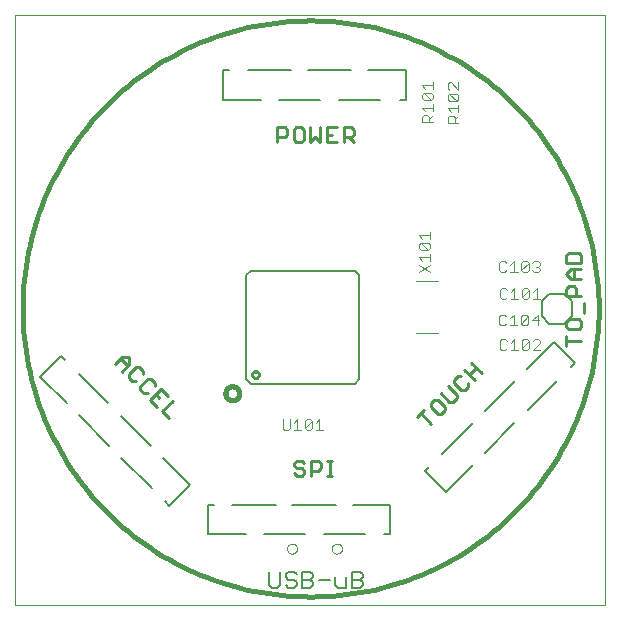
<source format=gto>
G75*
%MOIN*%
%OFA0B0*%
%FSLAX24Y24*%
%IPPOS*%
%LPD*%
%AMOC8*
5,1,8,0,0,1.08239X$1,22.5*
%
%ADD10C,0.0000*%
%ADD11C,0.0160*%
%ADD12C,0.0040*%
%ADD13C,0.0060*%
%ADD14C,0.0080*%
%ADD15C,0.0100*%
%ADD16C,0.0050*%
D10*
X000100Y001115D02*
X000100Y020800D01*
X019785Y020800D01*
X019785Y001115D01*
X000100Y001115D01*
X009175Y003001D02*
X009177Y003026D01*
X009183Y003051D01*
X009192Y003075D01*
X009205Y003097D01*
X009222Y003117D01*
X009241Y003134D01*
X009262Y003148D01*
X009286Y003158D01*
X009310Y003165D01*
X009336Y003168D01*
X009361Y003167D01*
X009386Y003162D01*
X009410Y003153D01*
X009433Y003141D01*
X009453Y003126D01*
X009471Y003107D01*
X009486Y003086D01*
X009497Y003063D01*
X009505Y003039D01*
X009509Y003014D01*
X009509Y002988D01*
X009505Y002963D01*
X009497Y002939D01*
X009486Y002916D01*
X009471Y002895D01*
X009453Y002876D01*
X009433Y002861D01*
X009410Y002849D01*
X009386Y002840D01*
X009361Y002835D01*
X009336Y002834D01*
X009310Y002837D01*
X009286Y002844D01*
X009262Y002854D01*
X009241Y002868D01*
X009222Y002885D01*
X009205Y002905D01*
X009192Y002927D01*
X009183Y002951D01*
X009177Y002976D01*
X009175Y003001D01*
X010671Y003001D02*
X010673Y003026D01*
X010679Y003051D01*
X010688Y003075D01*
X010701Y003097D01*
X010718Y003117D01*
X010737Y003134D01*
X010758Y003148D01*
X010782Y003158D01*
X010806Y003165D01*
X010832Y003168D01*
X010857Y003167D01*
X010882Y003162D01*
X010906Y003153D01*
X010929Y003141D01*
X010949Y003126D01*
X010967Y003107D01*
X010982Y003086D01*
X010993Y003063D01*
X011001Y003039D01*
X011005Y003014D01*
X011005Y002988D01*
X011001Y002963D01*
X010993Y002939D01*
X010982Y002916D01*
X010967Y002895D01*
X010949Y002876D01*
X010929Y002861D01*
X010906Y002849D01*
X010882Y002840D01*
X010857Y002835D01*
X010832Y002834D01*
X010806Y002837D01*
X010782Y002844D01*
X010758Y002854D01*
X010737Y002868D01*
X010718Y002885D01*
X010701Y002905D01*
X010688Y002927D01*
X010679Y002951D01*
X010673Y002976D01*
X010671Y003001D01*
D11*
X007117Y008175D02*
X007119Y008205D01*
X007125Y008235D01*
X007135Y008264D01*
X007148Y008291D01*
X007165Y008317D01*
X007185Y008340D01*
X007208Y008360D01*
X007233Y008377D01*
X007261Y008390D01*
X007290Y008400D01*
X007320Y008406D01*
X007350Y008408D01*
X007380Y008406D01*
X007410Y008400D01*
X007439Y008390D01*
X007466Y008377D01*
X007492Y008360D01*
X007515Y008340D01*
X007535Y008317D01*
X007552Y008292D01*
X007565Y008264D01*
X007575Y008235D01*
X007581Y008205D01*
X007583Y008175D01*
X007581Y008145D01*
X007575Y008115D01*
X007565Y008086D01*
X007552Y008059D01*
X007535Y008033D01*
X007515Y008010D01*
X007492Y007990D01*
X007467Y007973D01*
X007439Y007960D01*
X007410Y007950D01*
X007380Y007944D01*
X007350Y007942D01*
X007320Y007944D01*
X007290Y007950D01*
X007261Y007960D01*
X007234Y007973D01*
X007208Y007990D01*
X007185Y008010D01*
X007165Y008033D01*
X007148Y008058D01*
X007135Y008086D01*
X007125Y008115D01*
X007119Y008145D01*
X007117Y008175D01*
X000359Y011005D02*
X000362Y011241D01*
X000371Y011476D01*
X000385Y011711D01*
X000405Y011946D01*
X000431Y012180D01*
X000463Y012414D01*
X000500Y012646D01*
X000543Y012878D01*
X000592Y013109D01*
X000647Y013338D01*
X000707Y013566D01*
X000772Y013792D01*
X000844Y014017D01*
X000920Y014239D01*
X001002Y014460D01*
X001090Y014679D01*
X001183Y014896D01*
X001281Y015110D01*
X001384Y015322D01*
X001493Y015531D01*
X001606Y015737D01*
X001725Y015941D01*
X001849Y016142D01*
X001977Y016339D01*
X002110Y016533D01*
X002248Y016724D01*
X002391Y016912D01*
X002538Y017096D01*
X002690Y017276D01*
X002846Y017453D01*
X003007Y017625D01*
X003171Y017794D01*
X003340Y017958D01*
X003512Y018119D01*
X003689Y018275D01*
X003869Y018427D01*
X004053Y018574D01*
X004241Y018717D01*
X004432Y018855D01*
X004626Y018988D01*
X004823Y019116D01*
X005024Y019240D01*
X005228Y019359D01*
X005434Y019472D01*
X005643Y019581D01*
X005855Y019684D01*
X006069Y019782D01*
X006286Y019875D01*
X006505Y019963D01*
X006726Y020045D01*
X006948Y020121D01*
X007173Y020193D01*
X007399Y020258D01*
X007627Y020318D01*
X007856Y020373D01*
X008087Y020422D01*
X008319Y020465D01*
X008551Y020502D01*
X008785Y020534D01*
X009019Y020560D01*
X009254Y020580D01*
X009489Y020594D01*
X009724Y020603D01*
X009960Y020606D01*
X010196Y020603D01*
X010431Y020594D01*
X010666Y020580D01*
X010901Y020560D01*
X011135Y020534D01*
X011369Y020502D01*
X011601Y020465D01*
X011833Y020422D01*
X012064Y020373D01*
X012293Y020318D01*
X012521Y020258D01*
X012747Y020193D01*
X012972Y020121D01*
X013194Y020045D01*
X013415Y019963D01*
X013634Y019875D01*
X013851Y019782D01*
X014065Y019684D01*
X014277Y019581D01*
X014486Y019472D01*
X014692Y019359D01*
X014896Y019240D01*
X015097Y019116D01*
X015294Y018988D01*
X015488Y018855D01*
X015679Y018717D01*
X015867Y018574D01*
X016051Y018427D01*
X016231Y018275D01*
X016408Y018119D01*
X016580Y017958D01*
X016749Y017794D01*
X016913Y017625D01*
X017074Y017453D01*
X017230Y017276D01*
X017382Y017096D01*
X017529Y016912D01*
X017672Y016724D01*
X017810Y016533D01*
X017943Y016339D01*
X018071Y016142D01*
X018195Y015941D01*
X018314Y015737D01*
X018427Y015531D01*
X018536Y015322D01*
X018639Y015110D01*
X018737Y014896D01*
X018830Y014679D01*
X018918Y014460D01*
X019000Y014239D01*
X019076Y014017D01*
X019148Y013792D01*
X019213Y013566D01*
X019273Y013338D01*
X019328Y013109D01*
X019377Y012878D01*
X019420Y012646D01*
X019457Y012414D01*
X019489Y012180D01*
X019515Y011946D01*
X019535Y011711D01*
X019549Y011476D01*
X019558Y011241D01*
X019561Y011005D01*
X019558Y010769D01*
X019549Y010534D01*
X019535Y010299D01*
X019515Y010064D01*
X019489Y009830D01*
X019457Y009596D01*
X019420Y009364D01*
X019377Y009132D01*
X019328Y008901D01*
X019273Y008672D01*
X019213Y008444D01*
X019148Y008218D01*
X019076Y007993D01*
X019000Y007771D01*
X018918Y007550D01*
X018830Y007331D01*
X018737Y007114D01*
X018639Y006900D01*
X018536Y006688D01*
X018427Y006479D01*
X018314Y006273D01*
X018195Y006069D01*
X018071Y005868D01*
X017943Y005671D01*
X017810Y005477D01*
X017672Y005286D01*
X017529Y005098D01*
X017382Y004914D01*
X017230Y004734D01*
X017074Y004557D01*
X016913Y004385D01*
X016749Y004216D01*
X016580Y004052D01*
X016408Y003891D01*
X016231Y003735D01*
X016051Y003583D01*
X015867Y003436D01*
X015679Y003293D01*
X015488Y003155D01*
X015294Y003022D01*
X015097Y002894D01*
X014896Y002770D01*
X014692Y002651D01*
X014486Y002538D01*
X014277Y002429D01*
X014065Y002326D01*
X013851Y002228D01*
X013634Y002135D01*
X013415Y002047D01*
X013194Y001965D01*
X012972Y001889D01*
X012747Y001817D01*
X012521Y001752D01*
X012293Y001692D01*
X012064Y001637D01*
X011833Y001588D01*
X011601Y001545D01*
X011369Y001508D01*
X011135Y001476D01*
X010901Y001450D01*
X010666Y001430D01*
X010431Y001416D01*
X010196Y001407D01*
X009960Y001404D01*
X009724Y001407D01*
X009489Y001416D01*
X009254Y001430D01*
X009019Y001450D01*
X008785Y001476D01*
X008551Y001508D01*
X008319Y001545D01*
X008087Y001588D01*
X007856Y001637D01*
X007627Y001692D01*
X007399Y001752D01*
X007173Y001817D01*
X006948Y001889D01*
X006726Y001965D01*
X006505Y002047D01*
X006286Y002135D01*
X006069Y002228D01*
X005855Y002326D01*
X005643Y002429D01*
X005434Y002538D01*
X005228Y002651D01*
X005024Y002770D01*
X004823Y002894D01*
X004626Y003022D01*
X004432Y003155D01*
X004241Y003293D01*
X004053Y003436D01*
X003869Y003583D01*
X003689Y003735D01*
X003512Y003891D01*
X003340Y004052D01*
X003171Y004216D01*
X003007Y004385D01*
X002846Y004557D01*
X002690Y004734D01*
X002538Y004914D01*
X002391Y005098D01*
X002248Y005286D01*
X002110Y005477D01*
X001977Y005671D01*
X001849Y005868D01*
X001725Y006069D01*
X001606Y006273D01*
X001493Y006479D01*
X001384Y006688D01*
X001281Y006900D01*
X001183Y007114D01*
X001090Y007331D01*
X001002Y007550D01*
X000920Y007771D01*
X000844Y007993D01*
X000772Y008218D01*
X000707Y008444D01*
X000647Y008672D01*
X000592Y008901D01*
X000543Y009132D01*
X000500Y009364D01*
X000463Y009596D01*
X000431Y009830D01*
X000405Y010064D01*
X000385Y010299D01*
X000371Y010534D01*
X000362Y010769D01*
X000359Y011005D01*
D12*
X009030Y007325D02*
X009030Y007025D01*
X009090Y006965D01*
X009210Y006965D01*
X009270Y007025D01*
X009270Y007325D01*
X009398Y007205D02*
X009518Y007325D01*
X009518Y006965D01*
X009398Y006965D02*
X009639Y006965D01*
X009767Y007025D02*
X009767Y007265D01*
X009827Y007325D01*
X009947Y007325D01*
X010007Y007265D01*
X009767Y007025D01*
X009827Y006965D01*
X009947Y006965D01*
X010007Y007025D01*
X010007Y007265D01*
X010135Y007205D02*
X010255Y007325D01*
X010255Y006965D01*
X010135Y006965D02*
X010375Y006965D01*
X013466Y010199D02*
X014214Y010199D01*
X014214Y011931D02*
X013466Y011931D01*
X013570Y012225D02*
X013930Y012465D01*
X013930Y012593D02*
X013930Y012833D01*
X013930Y012713D02*
X013570Y012713D01*
X013690Y012593D01*
X013570Y012465D02*
X013930Y012225D01*
X013870Y012961D02*
X013630Y012961D01*
X013570Y013021D01*
X013570Y013141D01*
X013630Y013201D01*
X013870Y012961D01*
X013930Y013021D01*
X013930Y013141D01*
X013870Y013201D01*
X013630Y013201D01*
X013690Y013330D02*
X013570Y013450D01*
X013930Y013450D01*
X013930Y013330D02*
X013930Y013570D01*
X016250Y012515D02*
X016250Y012275D01*
X016310Y012215D01*
X016430Y012215D01*
X016490Y012275D01*
X016618Y012215D02*
X016859Y012215D01*
X016738Y012215D02*
X016738Y012575D01*
X016618Y012455D01*
X016490Y012515D02*
X016430Y012575D01*
X016310Y012575D01*
X016250Y012515D01*
X016987Y012515D02*
X016987Y012275D01*
X017227Y012515D01*
X017227Y012275D01*
X017167Y012215D01*
X017047Y012215D01*
X016987Y012275D01*
X016987Y012515D02*
X017047Y012575D01*
X017167Y012575D01*
X017227Y012515D01*
X017355Y012515D02*
X017415Y012575D01*
X017535Y012575D01*
X017595Y012515D01*
X017595Y012455D01*
X017535Y012395D01*
X017595Y012335D01*
X017595Y012275D01*
X017535Y012215D01*
X017415Y012215D01*
X017355Y012275D01*
X017475Y012395D02*
X017535Y012395D01*
X017492Y011685D02*
X017492Y011325D01*
X017372Y011325D02*
X017612Y011325D01*
X017372Y011565D02*
X017492Y011685D01*
X017244Y011625D02*
X017244Y011385D01*
X017184Y011325D01*
X017063Y011325D01*
X017003Y011385D01*
X017244Y011625D01*
X017184Y011685D01*
X017063Y011685D01*
X017003Y011625D01*
X017003Y011385D01*
X016875Y011325D02*
X016635Y011325D01*
X016755Y011325D02*
X016755Y011685D01*
X016635Y011565D01*
X016507Y011625D02*
X016447Y011685D01*
X016327Y011685D01*
X016267Y011625D01*
X016267Y011385D01*
X016327Y011325D01*
X016447Y011325D01*
X016507Y011385D01*
X016420Y010805D02*
X016300Y010805D01*
X016240Y010745D01*
X016240Y010505D01*
X016300Y010445D01*
X016420Y010445D01*
X016480Y010505D01*
X016608Y010445D02*
X016849Y010445D01*
X016728Y010445D02*
X016728Y010805D01*
X016608Y010685D01*
X016480Y010745D02*
X016420Y010805D01*
X016977Y010745D02*
X016977Y010505D01*
X017217Y010745D01*
X017217Y010505D01*
X017157Y010445D01*
X017037Y010445D01*
X016977Y010505D01*
X016977Y010745D02*
X017037Y010805D01*
X017157Y010805D01*
X017217Y010745D01*
X017345Y010625D02*
X017585Y010625D01*
X017525Y010445D02*
X017525Y010805D01*
X017345Y010625D01*
X017425Y009985D02*
X017365Y009925D01*
X017425Y009985D02*
X017545Y009985D01*
X017605Y009925D01*
X017605Y009865D01*
X017365Y009625D01*
X017605Y009625D01*
X017237Y009685D02*
X017177Y009625D01*
X017057Y009625D01*
X016997Y009685D01*
X017237Y009925D01*
X017237Y009685D01*
X017237Y009925D02*
X017177Y009985D01*
X017057Y009985D01*
X016997Y009925D01*
X016997Y009685D01*
X016869Y009625D02*
X016628Y009625D01*
X016748Y009625D02*
X016748Y009985D01*
X016628Y009865D01*
X016500Y009925D02*
X016440Y009985D01*
X016320Y009985D01*
X016260Y009925D01*
X016260Y009685D01*
X016320Y009625D01*
X016440Y009625D01*
X016500Y009685D01*
X014890Y017195D02*
X014530Y017195D01*
X014530Y017375D01*
X014590Y017435D01*
X014710Y017435D01*
X014770Y017375D01*
X014770Y017195D01*
X014770Y017315D02*
X014890Y017435D01*
X014890Y017563D02*
X014890Y017803D01*
X014890Y017683D02*
X014530Y017683D01*
X014650Y017563D01*
X014590Y017931D02*
X014530Y017991D01*
X014530Y018111D01*
X014590Y018171D01*
X014830Y017931D01*
X014890Y017991D01*
X014890Y018111D01*
X014830Y018171D01*
X014590Y018171D01*
X014590Y018300D02*
X014530Y018360D01*
X014530Y018480D01*
X014590Y018540D01*
X014650Y018540D01*
X014890Y018300D01*
X014890Y018540D01*
X014830Y017931D02*
X014590Y017931D01*
X014030Y018011D02*
X013970Y017951D01*
X013730Y018191D01*
X013970Y018191D01*
X014030Y018131D01*
X014030Y018011D01*
X013970Y017951D02*
X013730Y017951D01*
X013670Y018011D01*
X013670Y018131D01*
X013730Y018191D01*
X013790Y018320D02*
X013670Y018440D01*
X014030Y018440D01*
X014030Y018320D02*
X014030Y018560D01*
X014030Y017823D02*
X014030Y017583D01*
X014030Y017703D02*
X013670Y017703D01*
X013790Y017583D01*
X013850Y017455D02*
X013910Y017395D01*
X013910Y017215D01*
X013910Y017335D02*
X014030Y017455D01*
X013850Y017455D02*
X013730Y017455D01*
X013670Y017395D01*
X013670Y017215D01*
X014030Y017215D01*
D13*
X017920Y011495D02*
X017670Y011245D01*
X017670Y010745D01*
X017920Y010495D01*
X018420Y010495D01*
X018670Y010745D01*
X018670Y011245D01*
X018420Y011495D01*
X017920Y011495D01*
X011613Y002235D02*
X011342Y002235D01*
X011342Y001695D01*
X011613Y001695D01*
X011703Y001785D01*
X011703Y001875D01*
X011613Y001965D01*
X011342Y001965D01*
X011150Y002055D02*
X011150Y001695D01*
X010880Y001695D01*
X010790Y001785D01*
X010790Y002055D01*
X010598Y001965D02*
X010237Y001965D01*
X010045Y002055D02*
X010045Y002145D01*
X009955Y002235D01*
X009685Y002235D01*
X009685Y001695D01*
X009955Y001695D01*
X010045Y001785D01*
X010045Y001875D01*
X009955Y001965D01*
X009685Y001965D01*
X009493Y001875D02*
X009493Y001785D01*
X009403Y001695D01*
X009223Y001695D01*
X009132Y001785D01*
X008940Y001785D02*
X008940Y002235D01*
X009132Y002145D02*
X009132Y002055D01*
X009223Y001965D01*
X009403Y001965D01*
X009493Y001875D01*
X009493Y002145D02*
X009403Y002235D01*
X009223Y002235D01*
X009132Y002145D01*
X008940Y001785D02*
X008850Y001695D01*
X008670Y001695D01*
X008580Y001785D01*
X008580Y002235D01*
X009955Y001965D02*
X010045Y002055D01*
X011613Y001965D02*
X011703Y002055D01*
X011703Y002145D01*
X011613Y002235D01*
D14*
X011432Y008485D02*
X007968Y008485D01*
X007810Y008642D01*
X007810Y012107D01*
X007968Y012264D01*
X011432Y012264D01*
X011590Y012107D01*
X011590Y008642D01*
X011432Y008485D01*
D15*
X013514Y007403D02*
X013750Y007639D01*
X013632Y007521D02*
X013986Y007167D01*
X014199Y007499D02*
X014317Y007499D01*
X014435Y007617D01*
X014435Y007735D01*
X014199Y007971D01*
X014081Y007971D01*
X013964Y007853D01*
X013964Y007735D01*
X014199Y007499D01*
X014590Y007890D02*
X014708Y007890D01*
X014826Y008008D01*
X014826Y008126D01*
X014531Y008421D01*
X014745Y008516D02*
X014745Y008634D01*
X014863Y008752D01*
X014981Y008752D01*
X015077Y008966D02*
X015430Y008612D01*
X015217Y008516D02*
X015217Y008398D01*
X015099Y008280D01*
X014981Y008280D01*
X014745Y008516D01*
X015253Y008789D02*
X015489Y009025D01*
X015312Y009202D02*
X015666Y008848D01*
X014590Y007890D02*
X014295Y008185D01*
X010682Y005935D02*
X010515Y005935D01*
X010598Y005935D02*
X010598Y005435D01*
X010515Y005435D02*
X010682Y005435D01*
X010296Y005685D02*
X010213Y005601D01*
X009962Y005601D01*
X009962Y005435D02*
X009962Y005935D01*
X010213Y005935D01*
X010296Y005852D01*
X010296Y005685D01*
X009744Y005601D02*
X009744Y005518D01*
X009660Y005435D01*
X009493Y005435D01*
X009410Y005518D01*
X009493Y005685D02*
X009660Y005685D01*
X009744Y005601D01*
X009744Y005852D02*
X009660Y005935D01*
X009493Y005935D01*
X009410Y005852D01*
X009410Y005768D01*
X009493Y005685D01*
X008014Y008800D02*
X008016Y008820D01*
X008021Y008840D01*
X008031Y008858D01*
X008043Y008875D01*
X008058Y008889D01*
X008076Y008899D01*
X008095Y008907D01*
X008115Y008911D01*
X008135Y008911D01*
X008155Y008907D01*
X008174Y008899D01*
X008192Y008889D01*
X008207Y008875D01*
X008219Y008858D01*
X008229Y008840D01*
X008234Y008820D01*
X008236Y008800D01*
X008234Y008780D01*
X008229Y008760D01*
X008219Y008742D01*
X008207Y008725D01*
X008192Y008711D01*
X008174Y008701D01*
X008155Y008693D01*
X008135Y008689D01*
X008115Y008689D01*
X008095Y008693D01*
X008076Y008701D01*
X008058Y008711D01*
X008043Y008725D01*
X008031Y008742D01*
X008021Y008760D01*
X008016Y008780D01*
X008014Y008800D01*
X005366Y007933D02*
X005012Y007579D01*
X005248Y007343D01*
X004857Y007734D02*
X004621Y007969D01*
X004975Y008323D01*
X005211Y008087D01*
X004916Y008028D02*
X004798Y008146D01*
X004525Y008183D02*
X004407Y008183D01*
X004289Y008301D01*
X004289Y008419D01*
X004525Y008655D01*
X004643Y008655D01*
X004761Y008537D01*
X004761Y008419D01*
X004371Y008810D02*
X004371Y008928D01*
X004253Y009046D01*
X004135Y009046D01*
X003899Y008810D01*
X003899Y008692D01*
X004017Y008574D01*
X004135Y008574D01*
X003685Y008905D02*
X003921Y009141D01*
X003921Y009377D01*
X003685Y009377D01*
X003449Y009141D01*
X003626Y009318D02*
X003862Y009082D01*
X008850Y016545D02*
X008850Y017045D01*
X009100Y017045D01*
X009184Y016962D01*
X009184Y016795D01*
X009100Y016711D01*
X008850Y016711D01*
X009402Y016628D02*
X009486Y016545D01*
X009653Y016545D01*
X009736Y016628D01*
X009736Y016962D01*
X009653Y017045D01*
X009486Y017045D01*
X009402Y016962D01*
X009402Y016628D01*
X009955Y016545D02*
X010122Y016711D01*
X010289Y016545D01*
X010289Y017045D01*
X010507Y017045D02*
X010507Y016545D01*
X010841Y016545D01*
X011060Y016545D02*
X011060Y017045D01*
X011310Y017045D01*
X011394Y016962D01*
X011394Y016795D01*
X011310Y016711D01*
X011060Y016711D01*
X011227Y016711D02*
X011394Y016545D01*
X010841Y017045D02*
X010507Y017045D01*
X010507Y016795D02*
X010674Y016795D01*
X009955Y017045D02*
X009955Y016545D01*
X018480Y012777D02*
X018480Y012527D01*
X018980Y012527D01*
X018980Y012777D01*
X018897Y012861D01*
X018563Y012861D01*
X018480Y012777D01*
X018646Y012308D02*
X018480Y012141D01*
X018646Y011975D01*
X018980Y011975D01*
X018730Y011975D02*
X018730Y012308D01*
X018646Y012308D02*
X018980Y012308D01*
X018730Y011756D02*
X018563Y011756D01*
X018480Y011672D01*
X018480Y011422D01*
X018980Y011422D01*
X018813Y011422D02*
X018813Y011672D01*
X018730Y011756D01*
X019063Y011203D02*
X019063Y010870D01*
X018897Y010651D02*
X018563Y010651D01*
X018480Y010567D01*
X018480Y010401D01*
X018563Y010317D01*
X018897Y010317D01*
X018980Y010401D01*
X018980Y010567D01*
X018897Y010651D01*
X018480Y010098D02*
X018480Y009765D01*
X018480Y009931D02*
X018980Y009931D01*
D16*
X018769Y009188D02*
X018625Y009043D01*
X018769Y009188D02*
X018073Y009884D01*
X017186Y008997D01*
X016789Y008600D02*
X015766Y007577D01*
X015375Y007186D02*
X014352Y006163D01*
X013920Y005730D02*
X013775Y005586D01*
X014471Y004890D01*
X015358Y005777D01*
X015779Y006198D02*
X016754Y007173D01*
X017193Y007612D02*
X018168Y008587D01*
X012619Y004457D02*
X012619Y003473D01*
X012415Y003473D01*
X011769Y003473D02*
X010391Y003473D01*
X009769Y003473D02*
X008391Y003473D01*
X007795Y003473D02*
X006541Y003473D01*
X006541Y004457D01*
X006745Y004457D01*
X007357Y004457D02*
X008803Y004457D01*
X009357Y004457D02*
X010803Y004457D01*
X011365Y004457D02*
X012619Y004457D01*
X005935Y005126D02*
X005048Y006013D01*
X004627Y006434D02*
X003652Y007409D01*
X003213Y007848D02*
X002238Y008823D01*
X001781Y009279D02*
X001637Y009424D01*
X000941Y008728D01*
X001828Y007841D01*
X002225Y007444D02*
X003248Y006421D01*
X003639Y006030D02*
X004662Y005007D01*
X005094Y004574D02*
X005239Y004430D01*
X005935Y005126D01*
X007051Y017963D02*
X008305Y017963D01*
X008901Y017963D02*
X010279Y017963D01*
X010901Y017963D02*
X012279Y017963D01*
X012925Y017963D02*
X013129Y017963D01*
X013129Y018947D01*
X011875Y018947D01*
X011313Y018947D02*
X009867Y018947D01*
X009313Y018947D02*
X007867Y018947D01*
X007255Y018947D02*
X007051Y018947D01*
X007051Y017963D01*
M02*

</source>
